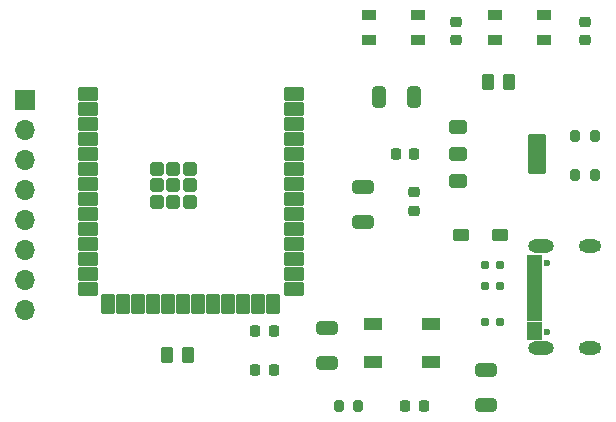
<source format=gbr>
%TF.GenerationSoftware,KiCad,Pcbnew,7.0.9*%
%TF.CreationDate,2024-12-09T18:27:57-04:00*%
%TF.ProjectId,ESP 32 LM,45535020-3332-4204-9c4d-2e6b69636164,rev?*%
%TF.SameCoordinates,Original*%
%TF.FileFunction,Soldermask,Top*%
%TF.FilePolarity,Negative*%
%FSLAX46Y46*%
G04 Gerber Fmt 4.6, Leading zero omitted, Abs format (unit mm)*
G04 Created by KiCad (PCBNEW 7.0.9) date 2024-12-09 18:27:57*
%MOMM*%
%LPD*%
G01*
G04 APERTURE LIST*
G04 Aperture macros list*
%AMRoundRect*
0 Rectangle with rounded corners*
0 $1 Rounding radius*
0 $2 $3 $4 $5 $6 $7 $8 $9 X,Y pos of 4 corners*
0 Add a 4 corners polygon primitive as box body*
4,1,4,$2,$3,$4,$5,$6,$7,$8,$9,$2,$3,0*
0 Add four circle primitives for the rounded corners*
1,1,$1+$1,$2,$3*
1,1,$1+$1,$4,$5*
1,1,$1+$1,$6,$7*
1,1,$1+$1,$8,$9*
0 Add four rect primitives between the rounded corners*
20,1,$1+$1,$2,$3,$4,$5,0*
20,1,$1+$1,$4,$5,$6,$7,0*
20,1,$1+$1,$6,$7,$8,$9,0*
20,1,$1+$1,$8,$9,$2,$3,0*%
G04 Aperture macros list end*
%ADD10C,0.010000*%
%ADD11RoundRect,0.250000X0.262500X0.450000X-0.262500X0.450000X-0.262500X-0.450000X0.262500X-0.450000X0*%
%ADD12RoundRect,0.250000X0.650000X-0.325000X0.650000X0.325000X-0.650000X0.325000X-0.650000X-0.325000X0*%
%ADD13RoundRect,0.250000X0.325000X0.650000X-0.325000X0.650000X-0.325000X-0.650000X0.325000X-0.650000X0*%
%ADD14RoundRect,0.250000X-0.650000X0.325000X-0.650000X-0.325000X0.650000X-0.325000X0.650000X0.325000X0*%
%ADD15RoundRect,0.102000X-0.450000X-0.750000X0.450000X-0.750000X0.450000X0.750000X-0.450000X0.750000X0*%
%ADD16RoundRect,0.102000X-0.750000X-0.450000X0.750000X-0.450000X0.750000X0.450000X-0.750000X0.450000X0*%
%ADD17RoundRect,0.102000X-0.450000X-0.450000X0.450000X-0.450000X0.450000X0.450000X-0.450000X0.450000X0*%
%ADD18RoundRect,0.200250X-0.556750X-1.521750X0.556750X-1.521750X0.556750X1.521750X-0.556750X1.521750X0*%
%ADD19RoundRect,0.171750X-0.585250X-0.395250X0.585250X-0.395250X0.585250X0.395250X-0.585250X0.395250X0*%
%ADD20RoundRect,0.102000X-0.525000X-0.325000X0.525000X-0.325000X0.525000X0.325000X-0.525000X0.325000X0*%
%ADD21RoundRect,0.200000X-0.200000X-0.275000X0.200000X-0.275000X0.200000X0.275000X-0.200000X0.275000X0*%
%ADD22O,1.700000X1.700000*%
%ADD23R,1.700000X1.700000*%
%ADD24O,1.904000X1.104000*%
%ADD25O,2.204000X1.104000*%
%ADD26C,0.600000*%
%ADD27R,1.500000X1.000000*%
%ADD28RoundRect,0.218750X0.218750X0.256250X-0.218750X0.256250X-0.218750X-0.256250X0.218750X-0.256250X0*%
%ADD29RoundRect,0.102000X-0.605000X-0.365000X0.605000X-0.365000X0.605000X0.365000X-0.605000X0.365000X0*%
%ADD30RoundRect,0.102000X-0.240000X-0.200000X0.240000X-0.200000X0.240000X0.200000X-0.240000X0.200000X0*%
%ADD31RoundRect,0.225000X-0.225000X-0.250000X0.225000X-0.250000X0.225000X0.250000X-0.225000X0.250000X0*%
%ADD32RoundRect,0.225000X0.250000X-0.225000X0.250000X0.225000X-0.250000X0.225000X-0.250000X-0.225000X0*%
%ADD33RoundRect,0.225000X0.225000X0.250000X-0.225000X0.250000X-0.225000X-0.250000X0.225000X-0.250000X0*%
%ADD34RoundRect,0.225000X-0.250000X0.225000X-0.250000X-0.225000X0.250000X-0.225000X0.250000X0.225000X0*%
G04 APERTURE END LIST*
%TO.C,J1*%
D10*
X133930500Y-63200000D02*
X132690500Y-63200000D01*
X132690500Y-62500000D01*
X133930500Y-62500000D01*
X133930500Y-63200000D01*
G36*
X133930500Y-63200000D02*
G01*
X132690500Y-63200000D01*
X132690500Y-62500000D01*
X133930500Y-62500000D01*
X133930500Y-63200000D01*
G37*
X133930500Y-68000000D02*
X132690500Y-68000000D01*
X132690500Y-67300000D01*
X133930500Y-67300000D01*
X133930500Y-68000000D01*
G36*
X133930500Y-68000000D02*
G01*
X132690500Y-68000000D01*
X132690500Y-67300000D01*
X133930500Y-67300000D01*
X133930500Y-68000000D01*
G37*
X133930500Y-62400000D02*
X132690500Y-62400000D01*
X132690500Y-61700000D01*
X133930500Y-61700000D01*
X133930500Y-62400000D01*
G36*
X133930500Y-62400000D02*
G01*
X132690500Y-62400000D01*
X132690500Y-61700000D01*
X133930500Y-61700000D01*
X133930500Y-62400000D01*
G37*
X133930500Y-68800000D02*
X132690500Y-68800000D01*
X132690500Y-68100000D01*
X133930500Y-68100000D01*
X133930500Y-68800000D01*
G36*
X133930500Y-68800000D02*
G01*
X132690500Y-68800000D01*
X132690500Y-68100000D01*
X133930500Y-68100000D01*
X133930500Y-68800000D01*
G37*
X133930500Y-65200000D02*
X132690500Y-65200000D01*
X132690500Y-64800000D01*
X133930500Y-64800000D01*
X133930500Y-65200000D01*
G36*
X133930500Y-65200000D02*
G01*
X132690500Y-65200000D01*
X132690500Y-64800000D01*
X133930500Y-64800000D01*
X133930500Y-65200000D01*
G37*
X133930500Y-65700000D02*
X132690500Y-65700000D01*
X132690500Y-65300000D01*
X133930500Y-65300000D01*
X133930500Y-65700000D01*
G36*
X133930500Y-65700000D02*
G01*
X132690500Y-65700000D01*
X132690500Y-65300000D01*
X133930500Y-65300000D01*
X133930500Y-65700000D01*
G37*
X133930500Y-64700000D02*
X132690500Y-64700000D01*
X132690500Y-64300000D01*
X133930500Y-64300000D01*
X133930500Y-64700000D01*
G36*
X133930500Y-64700000D02*
G01*
X132690500Y-64700000D01*
X132690500Y-64300000D01*
X133930500Y-64300000D01*
X133930500Y-64700000D01*
G37*
X133930500Y-64200000D02*
X132690500Y-64200000D01*
X132690500Y-63800000D01*
X133930500Y-63800000D01*
X133930500Y-64200000D01*
G36*
X133930500Y-64200000D02*
G01*
X132690500Y-64200000D01*
X132690500Y-63800000D01*
X133930500Y-63800000D01*
X133930500Y-64200000D01*
G37*
X133930500Y-63700000D02*
X132690500Y-63700000D01*
X132690500Y-63300000D01*
X133930500Y-63300000D01*
X133930500Y-63700000D01*
G36*
X133930500Y-63700000D02*
G01*
X132690500Y-63700000D01*
X132690500Y-63300000D01*
X133930500Y-63300000D01*
X133930500Y-63700000D01*
G37*
X133930500Y-66200000D02*
X132690500Y-66200000D01*
X132690500Y-65800000D01*
X133930500Y-65800000D01*
X133930500Y-66200000D01*
G36*
X133930500Y-66200000D02*
G01*
X132690500Y-66200000D01*
X132690500Y-65800000D01*
X133930500Y-65800000D01*
X133930500Y-66200000D01*
G37*
X133930500Y-66700000D02*
X132690500Y-66700000D01*
X132690500Y-66300000D01*
X133930500Y-66300000D01*
X133930500Y-66700000D01*
G36*
X133930500Y-66700000D02*
G01*
X132690500Y-66700000D01*
X132690500Y-66300000D01*
X133930500Y-66300000D01*
X133930500Y-66700000D01*
G37*
X133930500Y-67200000D02*
X132690500Y-67200000D01*
X132690500Y-66800000D01*
X133930500Y-66800000D01*
X133930500Y-67200000D01*
G36*
X133930500Y-67200000D02*
G01*
X132690500Y-67200000D01*
X132690500Y-66800000D01*
X133930500Y-66800000D01*
X133930500Y-67200000D01*
G37*
%TD*%
D11*
%TO.C,R5*%
X131214500Y-46990000D03*
X129389500Y-46990000D03*
%TD*%
%TO.C,R4*%
X104036500Y-70104000D03*
X102211500Y-70104000D03*
%TD*%
D12*
%TO.C,C10*%
X115824000Y-70817000D03*
X115824000Y-67867000D03*
%TD*%
D13*
%TO.C,C4*%
X123141000Y-48260000D03*
X120191000Y-48260000D03*
%TD*%
D14*
%TO.C,C1*%
X129286000Y-71423000D03*
X129286000Y-74373000D03*
%TD*%
%TO.C,C2*%
X118826500Y-55929000D03*
X118826500Y-58879000D03*
%TD*%
D15*
%TO.C,U3*%
X111252000Y-65786000D03*
X109982000Y-65786000D03*
X108712000Y-65786000D03*
X107442000Y-65786000D03*
X106172000Y-65786000D03*
X104902000Y-65786000D03*
X103632000Y-65786000D03*
X102362000Y-65786000D03*
X101092000Y-65786000D03*
X99822000Y-65786000D03*
X98552000Y-65786000D03*
D16*
X113017000Y-48026000D03*
X113017000Y-49296000D03*
X113017000Y-50566000D03*
X113017000Y-51836000D03*
X113017000Y-53106000D03*
X113017000Y-54376000D03*
X113017000Y-55646000D03*
X113017000Y-56916000D03*
X113017000Y-58186000D03*
X113017000Y-59456000D03*
X113017000Y-60726000D03*
X113017000Y-61996000D03*
X113017000Y-63266000D03*
X113017000Y-64536000D03*
D15*
X97282000Y-65786000D03*
D16*
X95517000Y-64536000D03*
X95517000Y-63266000D03*
X95517000Y-61996000D03*
X95517000Y-60726000D03*
X95517000Y-59456000D03*
X95517000Y-58186000D03*
X95517000Y-56916000D03*
X95517000Y-55646000D03*
X95517000Y-54376000D03*
X95517000Y-53106000D03*
X95517000Y-51836000D03*
X95517000Y-50566000D03*
X95517000Y-49296000D03*
D17*
X104167000Y-54346000D03*
X102767000Y-54346000D03*
X101367000Y-54346000D03*
X104167000Y-57146000D03*
X102767000Y-57146000D03*
X101367000Y-57146000D03*
X104167000Y-55746000D03*
X101367000Y-55746000D03*
D16*
X95517000Y-48026000D03*
D17*
X102767000Y-55746000D03*
%TD*%
D18*
%TO.C,U1*%
X133601500Y-53086000D03*
D19*
X126911500Y-55376000D03*
X126911500Y-53086000D03*
X126911500Y-50796000D03*
%TD*%
D20*
%TO.C,SW2*%
X123487000Y-43493000D03*
X119337000Y-43493000D03*
X123487000Y-41343000D03*
X119337000Y-41343000D03*
%TD*%
%TO.C,SW1*%
X134155000Y-43493000D03*
X130005000Y-43493000D03*
X134155000Y-41343000D03*
X130005000Y-41343000D03*
%TD*%
D21*
%TO.C,R3*%
X118427000Y-74422000D03*
X116777000Y-74422000D03*
%TD*%
%TO.C,R2*%
X138447500Y-54864000D03*
X136797500Y-54864000D03*
%TD*%
%TO.C,R1*%
X138447500Y-51562000D03*
X136797500Y-51562000D03*
%TD*%
D22*
%TO.C,J2*%
X90195000Y-66294000D03*
X90195000Y-63754000D03*
X90195000Y-61214000D03*
X90195000Y-58674000D03*
X90195000Y-56134000D03*
X90195000Y-53594000D03*
X90195000Y-51054000D03*
D23*
X90195000Y-48514000D03*
%TD*%
D24*
%TO.C,J1*%
X138060500Y-60925000D03*
X138060500Y-69575000D03*
D25*
X133890500Y-60925000D03*
X133890500Y-69575000D03*
D26*
X134380500Y-62360000D03*
X134380500Y-68140000D03*
%TD*%
D27*
%TO.C,D6*%
X119724000Y-70688000D03*
X119724000Y-67488000D03*
X124624000Y-67488000D03*
X124624000Y-70688000D03*
%TD*%
D28*
%TO.C,D5*%
X122402500Y-74422000D03*
X123977500Y-74422000D03*
%TD*%
D29*
%TO.C,D4*%
X130458000Y-59944000D03*
X127098000Y-59944000D03*
%TD*%
D30*
%TO.C,D3*%
X130454000Y-64262000D03*
X129134000Y-64262000D03*
%TD*%
%TO.C,D2*%
X130454000Y-67310000D03*
X129134000Y-67310000D03*
%TD*%
%TO.C,D1*%
X130454000Y-62484000D03*
X129134000Y-62484000D03*
%TD*%
D31*
%TO.C,C11*%
X111265000Y-71374000D03*
X109715000Y-71374000D03*
%TD*%
%TO.C,C9*%
X111265000Y-68072000D03*
X109715000Y-68072000D03*
%TD*%
D32*
%TO.C,C7*%
X126746000Y-41897000D03*
X126746000Y-43447000D03*
%TD*%
%TO.C,C6*%
X137668000Y-41897000D03*
X137668000Y-43447000D03*
%TD*%
D33*
%TO.C,C5*%
X121607500Y-53086000D03*
X123157500Y-53086000D03*
%TD*%
D34*
%TO.C,C3*%
X123144500Y-57912000D03*
X123144500Y-56362000D03*
%TD*%
M02*

</source>
